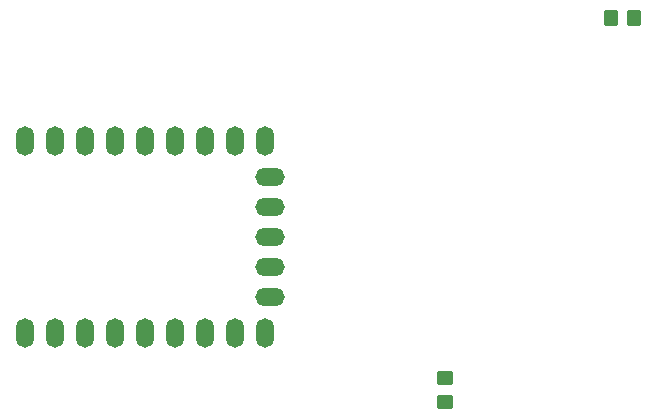
<source format=gbr>
%TF.GenerationSoftware,KiCad,Pcbnew,8.0.4*%
%TF.CreationDate,2024-08-06T16:01:05+03:00*%
%TF.ProjectId,ps2usb,70733275-7362-42e6-9b69-6361645f7063,rev?*%
%TF.SameCoordinates,Original*%
%TF.FileFunction,Paste,Top*%
%TF.FilePolarity,Positive*%
%FSLAX46Y46*%
G04 Gerber Fmt 4.6, Leading zero omitted, Abs format (unit mm)*
G04 Created by KiCad (PCBNEW 8.0.4) date 2024-08-06 16:01:05*
%MOMM*%
%LPD*%
G01*
G04 APERTURE LIST*
G04 Aperture macros list*
%AMRoundRect*
0 Rectangle with rounded corners*
0 $1 Rounding radius*
0 $2 $3 $4 $5 $6 $7 $8 $9 X,Y pos of 4 corners*
0 Add a 4 corners polygon primitive as box body*
4,1,4,$2,$3,$4,$5,$6,$7,$8,$9,$2,$3,0*
0 Add four circle primitives for the rounded corners*
1,1,$1+$1,$2,$3*
1,1,$1+$1,$4,$5*
1,1,$1+$1,$6,$7*
1,1,$1+$1,$8,$9*
0 Add four rect primitives between the rounded corners*
20,1,$1+$1,$2,$3,$4,$5,0*
20,1,$1+$1,$4,$5,$6,$7,0*
20,1,$1+$1,$6,$7,$8,$9,0*
20,1,$1+$1,$8,$9,$2,$3,0*%
G04 Aperture macros list end*
%ADD10RoundRect,0.250000X0.350000X0.450000X-0.350000X0.450000X-0.350000X-0.450000X0.350000X-0.450000X0*%
%ADD11RoundRect,0.250000X0.450000X-0.350000X0.450000X0.350000X-0.450000X0.350000X-0.450000X-0.350000X0*%
%ADD12O,1.500000X2.500000*%
%ADD13O,2.500000X1.500000*%
G04 APERTURE END LIST*
D10*
%TO.C,LED1*%
X170300000Y-78600000D03*
X168300000Y-78600000D03*
%TD*%
D11*
%TO.C,R1*%
X154300000Y-111100000D03*
X154300000Y-109100000D03*
%TD*%
D12*
%TO.C,RZ1*%
X118680000Y-89000000D03*
X121220000Y-89000000D03*
X123760000Y-89000000D03*
X126300000Y-89000000D03*
X128840000Y-89000000D03*
X131380000Y-89000000D03*
X133920000Y-89000000D03*
X136460000Y-89000000D03*
X139000000Y-89000000D03*
D13*
X139500000Y-92040000D03*
X139500000Y-94580000D03*
X139500000Y-97120000D03*
X139500000Y-99660000D03*
X139500000Y-102200000D03*
D12*
X139000000Y-105240000D03*
X136460000Y-105240000D03*
X133920000Y-105240000D03*
X131380000Y-105240000D03*
X128840000Y-105240000D03*
X126300000Y-105240000D03*
X123760000Y-105240000D03*
X118680000Y-105240000D03*
X121220000Y-105240000D03*
%TD*%
M02*

</source>
